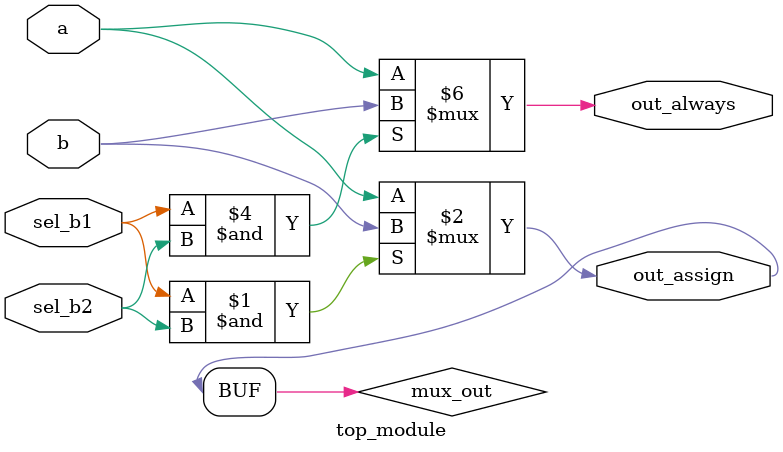
<source format=sv>
module top_module (
	input a,
	input b,
	input sel_b1,
	input sel_b2,
	output out_assign,
	output reg out_always
);

wire mux_out;

assign mux_out = (sel_b1 & sel_b2) ? b : a;
assign out_assign = mux_out;

always @(sel_b1, sel_b2) begin
	if(sel_b1 & sel_b2)
		out_always = b;
	else
		out_always = a;
end

endmodule

</source>
